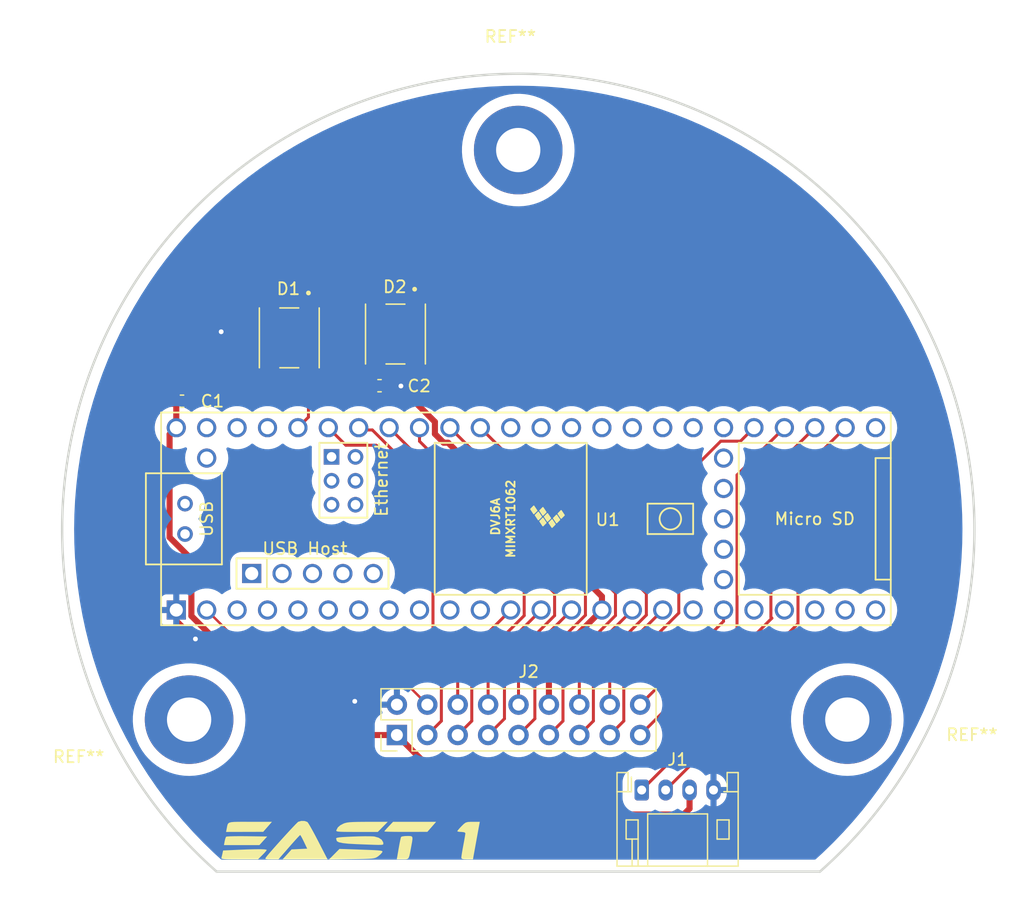
<source format=kicad_pcb>
(kicad_pcb (version 20211014) (generator pcbnew)
  (layers (0 "F.Cu" signal) (31 "B.Cu" signal) (34 "B.Paste" user) (35 "F.Paste" user) (36 "B.SilkS" user "B.Silkscreen") (37 "F.SilkS" user "F.Silkscreen") (38 "B.Mask" user) (39 "F.Mask" user) (44 "Edge.Cuts" user))
  (net 0 "")
  (net 1 "/V_BATT")
  (net 2 "GND")
  (net 3 "Net-(D1-Pad1)")
  (net 4 "/RX 0")
  (net 5 "/TX 0")
  (net 6 "/3.3V")
  (net 7 "/MOSI 1")
  (net 8 "/MISO 1")
  (net 9 "/SCK 1")
  (net 10 "/CS 1")
  (net 11 "/CS 2")
  (net 12 "/CS 3")
  (net 13 "/TX 2")
  (net 14 "/RX 2")
  (net 15 "/TX 1")
  (net 16 "/RX 1")
  (net 17 "/SDA 2")
  (net 18 "/SCL 2")
  (net 19 "/SDA 1")
  (net 20 "/SCL 1")
  (net 62 "/NEOPIXEL")
  (net 63 "/CS 4")
  (footprint "MountingHole:MountingHole_3.7mm_Pad_TopBottom" (layer "F.Cu") (at 175.468013 139.389531)
    (fp_text reference "REF**" (at 10.414 1.27) (layer "F.SilkS"))
    (fp_text value "MountingHole_3.7mm_Pad_TopBottom")
    (pad "1" thru_hole circle (at 0 0) (size 4.1 4.1) (drill 3.7) (layers *.Cu *.Mask))
    (pad "1" connect circle (at 0 0) (size 7.4 7.4) (layers "F.Cu" "F.Mask"))
    (pad "1" connect circle (at 0 0) (size 7.4 7.4) (layers "B.Cu" "B.Mask"))
  )
  (footprint "LOGO" (layer "F.Cu") (at 133.824377 149.710921)
    (fp_text reference "" (at 0 0) (layer "F.SilkS") (effects (font (size 1.524 1.524) (thickness 0.3))))
    (fp_text value "LOGO" hide)
    (fp_poly (pts (xy 1.046842 0.548968) (xy 1.646906 0.570148) (xy 2.097606 0.588878) (xy 2.418843 0.607627) (xy 2.630516 0.628863) (xy 2.752523 0.655054) (xy 2.804763 0.688666) (xy 2.807137 0.732169) (xy 2.792171 0.765415) (xy 2.670469 0.91463) (xy 2.476008 1.085174) (xy 2.434338 1.115945) (xy 2.33849 1.179576) (xy 2.236905 1.228157) (xy 2.105848 1.264104) (xy 1.921582 1.289832) (xy 1.660372 1.307757) (xy 1.298484 1.320294) (xy 0.81218 1.32986) (xy 0.254 1.337852) (xy -1.651 1.363372) (xy -1.215991 0.925017) (xy -0.780981 0.486663)) (layer "F.SilkS") (width 0) (fill solid))
    (fp_poly (pts (xy 10.898621 -1.545167) (xy 10.868512 -1.383336) (xy 10.814672 -1.08962) (xy 10.74344 -0.698775) (xy 10.661157 -0.245556) (xy 10.612871 0.021126) (xy 10.371666 1.354587) (xy 9.884833 1.354626) (xy 9.604987 1.346518) (xy 9.456521 1.31452) (xy 9.401944 1.247212) (xy 9.398 1.206332) (xy 9.413293 1.064646) (xy 9.454602 0.79883) (xy 9.515072 0.450868) (xy 9.567333 0.169333) (xy 9.637118 -0.20638) (xy 9.692928 -0.524882) (xy 9.728012 -0.746536) (xy 9.736666 -0.825333) (xy 9.6576 -0.90033) (xy 9.434214 -0.93095) (xy 9.398 -0.931334) (xy 9.185859 -0.944716) (xy 9.067929 -0.978144) (xy 9.059333 -0.991629) (xy 9.11421 -1.079596) (xy 9.256628 -1.246576) (xy 9.415628 -1.414962) (xy 9.610561 -1.606024) (xy 9.764437 -1.714571) (xy 9.937768 -1.763928) (xy 10.191066 -1.777417) (xy 10.357544 -1.778) (xy 10.943166 -1.778)) (layer "F.SilkS") (width 0) (fill solid))
    (fp_poly (pts (xy 2.419365 -0.931334) (xy 0.662006 -0.931334) (xy 0.074137 -0.932195) (xy -0.364956 -0.935969) (xy -0.675829 -0.944443) (xy -0.879034 -0.959403) (xy -0.995125 -0.982637) (xy -1.044658 -1.01593) (xy -1.048186 -1.061069) (xy -1.042533 -1.0795) (xy -0.918949 -1.312307) (xy -0.712332 -1.49098) (xy -0.465667 -1.620226) (xy -0.325734 -1.674327) (xy -0.159916 -1.714432) (xy 0.058232 -1.742572) (xy 0.355157 -1.760781) (xy 0.757303 -1.771091) (xy 1.291118 -1.775533) (xy 1.56315 -1.776141) (xy 3.253301 -1.778)) (layer "F.SilkS") (width 0) (fill solid))
    (fp_poly (pts (xy -8.242352 -1.778) (xy -6.420782 -1.778) (xy -7.154334 -0.938958) (xy -10.258122 -0.931334) (xy -10.20274 -1.2065) (xy -10.168146 -1.393711) (xy -10.135217 -1.53512) (xy -10.082084 -1.637105) (xy -9.986881 -1.706039) (xy -9.82774 -1.748297) (xy -9.582793 -1.770255) (xy -9.230172 -1.778287) (xy -8.748011 -1.778769)) (layer "F.SilkS") (width 0) (fill solid))
    (fp_poly (pts (xy -7.023665 0.527383) (xy -6.871735 0.558113) (xy -6.858 0.575038) (xy -6.914006 0.665665) (xy -7.059333 0.832607) (xy -7.221039 0.998371) (xy -7.584077 1.354666) (xy -9.131744 1.354666) (xy -9.679025 1.353602) (xy -10.078936 1.34897) (xy -10.353434 1.338613) (xy -10.524476 1.320372) (xy -10.614018 1.29209) (xy -10.644018 1.251608) (xy -10.639242 1.2065) (xy -10.589535 1.007767) (xy -10.550582 0.838747) (xy -10.502091 0.619162) (xy -9.293879 0.563891) (xy -8.478893 0.530841) (xy -7.828215 0.513743) (xy -7.342815 0.512592)) (layer "F.SilkS") (width 0) (fill solid))
    (fp_poly (pts (xy 5.091492 -0.592047) (xy 5.231778 -0.571095) (xy 5.30419 -0.501171) (xy 5.318733 -0.353636) (xy 5.285409 -0.099849) (xy 5.214222 0.288828) (xy 5.20276 0.35048) (xy 5.124755 0.772598) (xy 5.063456 1.0565) (xy 4.999655 1.229451) (xy 4.914141 1.318717) (xy 4.787707 1.351563) (xy 4.601142 1.355254) (xy 4.49528 1.354666) (xy 4.006638 1.354666) (xy 4.161207 0.459379) (xy 4.228937 0.085) (xy 4.291369 -0.228151) (xy 4.340522 -0.441799) (xy 4.364218 -0.514288) (xy 4.469389 -0.557853) (xy 4.688185 -0.586312) (xy 4.87333 -0.592667)) (layer "F.SilkS") (width 0) (fill solid))
    (fp_poly (pts (xy -8.592213 -0.574442) (xy -8.505086 -0.573341) (xy -6.819985 -0.550334) (xy -7.145178 -0.1905) (xy -7.470371 0.169333) (xy -10.432846 0.169333) (xy -10.374501 -0.148167) (xy -10.32104 -0.371392) (xy -10.263534 -0.517212) (xy -10.253172 -0.531007) (xy -10.152843 -0.549882) (xy -9.909902 -0.564309) (xy -9.551031 -0.573642) (xy -9.102908 -0.577235)) (layer "F.SilkS") (width 0) (fill solid))
    (fp_poly (pts (xy 6.561666 -0.938958) (xy 4.7625 -0.935146) (xy 4.231165 -0.935849) (xy 3.762048 -0.939971) (xy 3.379736 -0.947003) (xy 3.10882 -0.956442) (xy 2.973886 -0.96778) (xy 2.963333 -0.97218) (xy 3.017315 -1.049792) (xy 3.157969 -1.21136) (xy 3.32982 -1.395514) (xy 3.696306 -1.778) (xy 7.295218 -1.778)) (layer "F.SilkS") (width 0) (fill solid))
    (fp_poly (pts (xy -3.694218 -1.847025) (xy -3.470861 -1.767524) (xy -3.456576 -1.756834) (xy -3.378579 -1.65134) (xy -3.238572 -1.419441) (xy -3.050557 -1.086047) (xy -2.828533 -0.676068) (xy -2.586503 -0.214414) (xy -2.552379 -0.148167) (xy -1.779972 1.354666) (xy -5.527266 1.354666) (xy -5.155467 0.942048) (xy -4.783667 0.52943) (xy -3.479439 0.465666) (xy -3.750553 -0.103098) (xy -3.886271 -0.377011) (xy -3.996254 -0.579187) (xy -4.059615 -0.671604) (xy -4.064 -0.673664) (xy -4.131102 -0.613763) (xy -4.289059 -0.447129) (xy -4.518174 -0.195291) (xy -4.79875 0.12022) (xy -4.990984 0.3396) (xy -5.875635 1.354666) (xy -6.456285 1.354666) (xy -6.759292 1.351939) (xy -6.922444 1.336798) (xy -6.975208 1.298802) (xy -6.94705 1.227511) (xy -6.92149 1.189844) (xy -6.802926 1.038833) (xy -6.598322 0.797125) (xy -6.327887 0.486998) (xy -6.011829 0.130729) (xy -5.670358 -0.249403) (xy -5.323681 -0.631123) (xy -4.992009 -0.99215) (xy -4.695549 -1.31021) (xy -4.454511 -1.563022) (xy -4.289102 -1.728311) (xy -4.225412 -1.78224) (xy -3.975199 -1.852904)) (layer "F.SilkS") (width 0) (fill solid))
    (fp_poly (pts (xy 1.720067 -0.569349) (xy 2.022905 -0.559422) (xy 2.143718 -0.5482) (xy 2.490309 -0.448746) (xy 2.743199 -0.281349) (xy 2.870005 -0.070306) (xy 2.878666 0.003298) (xy 2.881707 0.054782) (xy 2.878283 0.094585) (xy 2.849579 0.123435) (xy 2.776776 0.142056) (xy 2.641057 0.151175) (xy 2.423605 0.151519) (xy 2.105602 0.143814) (xy 1.668232 0.128785) (xy 1.092677 0.107159) (xy 0.635 0.089888) (xy -0.018992 0.054097) (xy -0.506876 0.001687) (xy -0.831102 -0.067783) (xy -0.994122 -0.154756) (xy -1.016 -0.207721) (xy -1.042077 -0.30473) (xy -1.062816 -0.362151) (xy -1.055915 -0.408488) (xy -0.981269 -0.445049) (xy -0.817985 -0.474584) (xy -0.545174 -0.499842) (xy -0.141944 -0.523573) (xy 0.325631 -0.54488) (xy 0.833293 -0.562008) (xy 1.310817 -0.570188)) (layer "F.SilkS") (width 0) (fill solid))
  )
  (footprint "Capacitor_SMD:C_0603_1608Metric" (layer "F.Cu") (at 136.39 111.48 180)
    (fp_text reference "C2" (at -3.31 -0.026 180) (layer "F.SilkS"))
    (fp_text value "0.1uf")
    (fp_line (start -0.14058 -0.51) (end 0.14058 -0.51) (layer "F.SilkS") (width 0.12))
    (fp_line (start -0.14058 0.51) (end 0.14058 0.51) (layer "F.SilkS") (width 0.12))
    (pad "1" smd roundrect (at -0.775 0 180) (size 0.9 0.95) (layers "F.Cu" "F.Paste" "F.Mask") (net 2 "GND"))
    (pad "2" smd roundrect (at 0.775 0 180) (size 0.9 0.95) (layers "F.Cu" "F.Paste" "F.Mask") (net 6 "/3.3V"))
  )
  (footprint "MountingHole:MountingHole_3.7mm_Pad_TopBottom" (layer "F.Cu") (at 147.976228 91.782125)
    (fp_text reference "REF**" (at -0.656228 -9.486125) (layer "F.SilkS"))
    (fp_text value "MountingHole_3.7mm_Pad_TopBottom")
    (pad "1" connect circle (at 0 0) (size 7.4 7.4) (layers "B.Cu" "B.Mask"))
    (pad "1" connect circle (at 0 0) (size 7.4 7.4) (layers "F.Cu" "F.Mask"))
    (pad "1" thru_hole circle (at 0 0) (size 4.1 4.1) (drill 3.7) (layers *.Cu *.Mask))
  )
  (footprint "Teensy:Teensy41" (layer "F.Cu") (at 148.62 122.61)
    (fp_text reference "U1" (at 6.828 0.072) (layer "F.SilkS"))
    (fp_text value "Teensy4.1")
    (fp_text user "DVJ6A" (at -2.54 -0.18 90) (layer "F.SilkS") (effects (font (size 0.7 0.7))))
    (fp_text user "MIMXRT1062" (at -1.27 0 90) (layer "F.SilkS") (effects (font (size 0.7 0.7))))
    (fp_text user "Micro SD" (at 24.13 0) (layer "F.SilkS"))
    (fp_text user "USB" (at -26.67 0 90) (layer "F.SilkS"))
    (fp_text user "USB Host" (at -18.4658 2.4892) (layer "F.SilkS"))
    (fp_text user "Ethernet" (at -12.065 -3.2766 90) (layer "F.SilkS"))
    (fp_line (start 5.08 -6.35) (end -7.62 -6.35) (layer "F.SilkS") (width 0.15))
    (fp_line (start -30.48 8.89) (end -30.48 -8.89) (layer "F.SilkS") (width 0.15))
    (fp_line (start -24.1808 3.2992) (end -21.6408 3.2992) (layer "F.SilkS") (width 0.15))
    (fp_line (start 10.16 1.27) (end 10.16 -1.27) (layer "F.SilkS") (width 0.15))
    (fp_line (start -7.62 -6.35) (end -7.62 6.35) (layer "F.SilkS") (width 0.15))
    (fp_line (start -7.62 6.35) (end 5.08 6.35) (layer "F.SilkS") (width 0.15))
    (fp_line (start 29.21 5.08) (end 30.48 5.08) (layer "F.SilkS") (width 0.15))
    (fp_line (start -31.75 3.81) (end -31.75 -3.81) (layer "F.SilkS") (width 0.15))
    (fp_line (start -13.25 -6.3516) (end -17.25 -6.3516) (layer "F.SilkS") (width 0.15))
    (fp_line (start -25.4 3.81) (end -25.4 -3.81) (layer "F.SilkS") (width 0.15))
    (fp_line (start -24.1808 5.8392) (end -24.1808 3.2992) (layer "F.SilkS") (width 0.15))
    (fp_line (start -13.25 -0.1016) (end -13.25 -6.3516) (layer "F.SilkS") (width 0.15))
    (fp_line (start -21.6408 3.2992) (end -21.6408 5.8392) (layer "F.SilkS") (width 0.15))
    (fp_line (start -11.4808 3.2992) (end -11.4808 5.8392) (layer "F.SilkS") (width 0.15))
    (fp_line (start -31.75 -3.81) (end -30.48 -3.81) (layer "F.SilkS") (width 0.15))
    (fp_line (start 17.78 6.35) (end 30.48 6.35) (layer "F.SilkS") (width 0.15))
    (fp_line (start -24.1808 3.2992) (end -11.4808 3.2992) (layer "F.SilkS") (width 0.15))
    (fp_line (start -30.48 -8.89) (end 30.48 -8.89) (layer "F.SilkS") (width 0.15))
    (fp_line (start -25.4 -3.81) (end -30.48 -3.81) (layer "F.SilkS") (width 0.15))
    (fp_line (start 30.48 8.89) (end -30.48 8.89) (layer "F.SilkS") (width 0.15))
    (fp_line (start 29.21 -5.08) (end 29.21 5.08) (layer "F.SilkS") (width 0.15))
    (fp_line (start 30.48 -5.08) (end 29.21 -5.08) (layer "F.SilkS") (width 0.15))
    (fp_line (start 5.08 6.35) (end 5.08 -6.35) (layer "F.SilkS") (width 0.15))
    (fp_line (start -17.25 -6.3516) (end -17.25 -6.1016) (layer "F.SilkS") (width 0.15))
    (fp_line (start 10.16 -1.27) (end 13.97 -1.27) (layer "F.SilkS") (width 0.15))
    (fp_line (start -17.25 -6.1016) (end -17.25 -0.1016) (layer "F.SilkS") (width 0.15))
    (fp_line (start 13.97 1.27) (end 10.16 1.27) (layer "F.SilkS") (width 0.15))
    (fp_line (start -25.4 3.81) (end -30.48 3.81) (layer "F.SilkS") (width 0.15))
    (fp_line (start 30.48 -6.35) (end 17.78 -6.35) (layer "F.SilkS") (width 0.15))
    (fp_line (start 30.48 -8.89) (end 30.48 8.89) (layer "F.SilkS") (width 0.15))
    (fp_line (start 17.78 -6.35) (end 17.78 6.35) (layer "F.SilkS") (width 0.15))
    (fp_line (start -17.25 -0.1016) (end -13.25 -0.1016) (layer "F.SilkS") (width 0.15))
    (fp_line (start -11.4808 5.8392) (end -24.1808 5.8392) (layer "F.SilkS") (width 0.15))
    (fp_line (start -30.48 3.81) (end -31.75 3.81) (layer "F.SilkS") (width 0.15))
    (fp_line (start 13.97 -1.27) (end 13.97 1.27) (layer "F.SilkS") (width 0.15))
    (fp_circle (center 12.065 0) (end 12.7 -0.635) (layer "F.SilkS") (width 0.15) (fill none))
    (fp_poly (pts (xy 2.435 0.455) (xy 2.181 0.709) (xy 1.927 0.328) (xy 2.181 0.074)) (layer "F.SilkS") (width 0.1) (fill solid))
    (fp_poly (pts (xy 3.197 -0.307) (xy 2.943 -0.053) (xy 2.689 -0.434) (xy 2.943 -0.688)) (layer "F.SilkS") (width 0.1) (fill solid))
    (fp_poly (pts (xy 1.292 -0.18) (xy 1.038 0.074) (xy 0.784 -0.307) (xy 1.038 -0.561)) (layer "F.SilkS") (width 0.1) (fill solid))
    (fp_poly (pts (xy 2.054 -0.053) (xy 1.8 0.201) (xy 1.546 -0.18) (xy 1.8 -0.434)) (layer "F.SilkS") (width 0.1) (fill solid))
    (fp_poly (pts (xy 1.673 0.328) (xy 1.419 0.582) (xy 1.165 0.201) (xy 1.419 -0.053)) (layer "F.SilkS") (width 0.1) (fill solid))
    (fp_poly (pts (xy 1.673 -0.561) (xy 1.419 -0.307) (xy 1.165 -0.688) (xy 1.419 -0.942)) (layer "F.SilkS") (width 0.1) (fill solid))
    (fp_poly (pts (xy 2.816 0.074) (xy 2.562 0.328) (xy 2.308 -0.053) (xy 2.562 -0.307)) (layer "F.SilkS") (width 0.1) (fill solid))
    (fp_poly (pts (xy 0.911 -0.688) (xy 0.657 -0.434) (xy 0.403 -0.815) (xy 0.657 -1.069)) (layer "F.SilkS") (width 0.1) (fill solid))
    (pad "1" thru_hole rect locked (at -29.21 7.62) (size 1.6 1.6) (drill 1.1) (layers *.Cu *.Mask) (net 2 "GND"))
    (pad "2" thru_hole circle locked (at -26.67 7.62) (size 1.6 1.6) (drill 1.1) (layers *.Cu *.Mask) (net 10 "/CS 1"))
    (pad "3" thru_hole circle locked (at -24.13 7.62) (size 1.6 1.6) (drill 1.1) (layers *.Cu *.Mask))
    (pad "4" thru_hole circle locked (at -21.59 7.62) (size 1.6 1.6) (drill 1.1) (layers *.Cu *.Mask))
    (pad "5" thru_hole circle locked (at -19.05 7.62) (size 1.6 1.6) (drill 1.1) (layers *.Cu *.Mask))
    (pad "6" thru_hole circle locked (at -16.51 7.62) (size 1.6 1.6) (drill 1.1) (layers *.Cu *.Mask))
    (pad "7" thru_hole circle locked (at -13.97 7.62) (size 1.6 1.6) (drill 1.1) (layers *.Cu *.Mask))
    (pad "8" thru_hole circle locked (at -11.43 7.62) (size 1.6 1.6) (drill 1.1) (layers *.Cu *.Mask))
    (pad "9" thru_hole circle locked (at -8.89 7.62) (size 1.6 1.6) (drill 1.1) (layers *.Cu *.Mask))
    (pad "10" thru_hole circle locked (at -6.35 7.62) (size 1.6 1.6) (drill 1.1) (layers *.Cu *.Mask))
    (pad "11" thru_hole circle locked (at -3.81 7.62) (size 1.6 1.6) (drill 1.1) (layers *.Cu *.Mask))
    (pad "12" thru_hole circle locked (at -1.27 7.62) (size 1.6 1.6) (drill 1.1) (layers *.Cu *.Mask) (net 11 "/CS 2"))
    (pad "13" thru_hole circle locked (at 1.27 7.62) (size 1.6 1.6) (drill 1.1) (layers *.Cu *.Mask) (net 7 "/MOSI 1"))
    (pad "14" thru_hole circle locked (at 3.81 7.62) (size 1.6 1.6) (drill 1.1) (layers *.Cu *.Mask) (net 8 "/MISO 1"))
    (pad "15" thru_hole circle locked (at 6.35 7.62) (size 1.6 1.6) (drill 1.1) (layers *.Cu *.Mask) (net 6 "/3.3V"))
    (pad "16" thru_hole circle locked (at 8.89 7.62) (size 1.6 1.6) (drill 1.1) (layers *.Cu *.Mask) (net 18 "/SCL 2"))
    (pad "17" thru_hole circle locked (at 11.43 7.62) (size 1.6 1.6) (drill 1.1) (layers *.Cu *.Mask) (net 17 "/SDA 2"))
    (pad "18" thru_hole circle locked (at 13.97 7.62) (size 1.6 1.6) (drill 1.1) (layers *.Cu *.Mask))
    (pad "19" thru_hole circle locked (at 16.51 7.62) (size 1.6 1.6) (drill 1.1) (layers *.Cu *.Mask) (net 9 "/SCK 1"))
    (pad "20" thru_hole circle locked (at 19.05 7.62) (size 1.6 1.6) (drill 1.1) (layers *.Cu *.Mask))
    (pad "21" thru_hole circle locked (at 21.59 7.62) (size 1.6 1.6) (drill 1.1) (layers *.Cu *.Mask))
    (pad "22" thru_hole circle locked (at 24.13 7.62) (size 1.6 1.6) (drill 1.1) (layers *.Cu *.Mask))
    (pad "23" thru_hole circle locked (at 26.67 7.62) (size 1.6 1.6) (drill 1.1) (layers *.Cu *.Mask))
    (pad "24" thru_hole circle locked (at 29.21 7.62) (size 1.6 1.6) (drill 1.1) (layers *.Cu *.Mask))
    (pad "25" thru_hole circle locked (at 29.21 -7.62) (size 1.6 1.6) (drill 1.1) (layers *.Cu *.Mask))
    (pad "26" thru_hole circle locked (at 26.67 -7.62) (size 1.6 1.6) (drill 1.1) (layers *.Cu *.Mask) (net 4 "/RX 0"))
    (pad "27" thru_hole circle locked (at 24.13 -7.62) (size 1.6 1.6) (drill 1.1) (layers *.Cu *.Mask) (net 5 "/TX 0"))
    (pad "28" thru_hole circle locked (at 21.59 -7.62) (size 1.6 1.6) (drill 1.1) (layers *.Cu *.Mask) (net 63 "/CS 4"))
    (pad "29" thru_hole circle locked (at 19.05 -7.62) (size 1.6 1.6) (drill 1.1) (layers *.Cu *.Mask) (net 12 "/CS 3"))
    (pad "30" thru_hole circle locked (at 16.51 -7.62) (size 1.6 1.6) (drill 1.1) (layers *.Cu *.Mask))
    (pad "31" thru_hole circle locked (at 13.97 -7.62) (size 1.6 1.6) (drill 1.1) (layers *.Cu *.Mask))
    (pad "32" thru_hole circle locked (at 11.43 -7.62) (size 1.6 1.6) (drill 1.1) (layers *.Cu *.Mask))
    (pad "33" thru_hole circle locked (at 8.89 -7.62) (size 1.6 1.6) (drill 1.1) (layers *.Cu *.Mask))
    (pad "34" thru_hole circle locked (at 6.35 -7.62) (size 1.6 1.6) (drill 1.1) (layers *.Cu *.Mask))
    (pad "35" thru_hole circle locked (at 3.81 -7.62) (size 1.6 1.6) (drill 1.1) (layers *.Cu *.Mask))
    (pad "36" thru_hole circle locked (at 1.27 -7.62) (size 1.6 1.6) (drill 1.1) (layers *.Cu *.Mask))
    (pad "37" thru_hole circle locked (at -1.27 -7.62) (size 1.6 1.6) (drill 1.1) (layers *.Cu *.Mask))
    (pad "38" thru_hole circle locked (at -3.81 -7.62) (size 1.6 1.6) (drill 1.1) (layers *.Cu *.Mask) (net 16 "/RX 1"))
    (pad "39" thru_hole circle locked (at -6.35 -7.62) (size 1.6 1.6) (drill 1.1) (layers *.Cu *.Mask) (net 15 "/TX 1"))
    (pad "40" thru_hole circle locked (at -8.89 -7.62) (size 1.6 1.6) (drill 1.1) (layers *.Cu *.Mask) (net 19 "/SDA 1"))
    (pad "41" thru_hole circle locked (at -11.43 -7.62) (size 1.6 1.6) (drill 1.1) (layers *.Cu *.Mask) (net 20 "/SCL 1"))
    (pad "42" thru_hole circle locked (at -13.97 -7.62) (size 1.6 1.6) (drill 1.1) (layers *.Cu *.Mask) (net 13 "/TX 2"))
    (pad "43" thru_hole circle locked (at -16.51 -7.62) (size 1.6 1.6) (drill 1.1) (layers *.Cu *.Mask) (net 14 "/RX 2"))
    (pad "44" thru_hole circle locked (at -19.05 -7.62) (size 1.6 1.6) (drill 1.1) (layers *.Cu *.Mask) (net 62 "/NEOPIXEL"))
    (pad "45" thru_hole circle locked (at -21.59 -7.62) (size 1.6 1.6) (drill 1.1) (layers *.Cu *.Mask))
    (pad "46" thru_hole circle locked (at -24.13 -7.62) (size 1.6 1.6) (drill 1.1) (layers *.Cu *.Mask))
    (pad "47" thru_hole circle locked (at -26.67 -7.62) (size 1.6 1.6) (drill 1.1) (layers *.Cu *.Mask))
    (pad "48" thru_hole circle locked (at -29.21 -7.62) (size 1.6 1.6) (drill 1.1) (layers *.Cu *.Mask) (net 1 "/V_BATT"))
    (pad "49" thru_hole circle locked (at -26.67 -5.08) (size 1.6 1.6) (drill 1.1) (layers *.Cu *.Mask))
    (pad "50" thru_hole circle locked (at 16.51 5.08) (size 1.6 1.6) (drill 1.1) (layers *.Cu *.Mask))
    (pad "51" thru_hole circle locked (at 16.51 2.54) (size 1.6 1.6) (drill 1.1) (layers *.Cu *.Mask))
    (pad "52" thru_hole circle locked (at 16.51 0) (size 1.6 1.6) (drill 1.1) (layers *.Cu *.Mask))
    (pad "53" thru_hole circle locked (at 16.51 -2.54) (size 1.6 1.6) (drill 1.1) (layers *.Cu *.Mask))
    (pad "54" thru_hole circle locked (at 16.51 -5.08) (size 1.6 1.6) (drill 1.1) (layers *.Cu *.Mask))
    (pad "55" thru_hole rect locked (at -22.9108 4.5692) (size 1.6 1.6) (drill 1.1) (layers *.Cu *.Mask))
    (pad "56" thru_hole circle locked (at -20.3708 4.5692) (size 1.6 1.6) (drill 1.1) (layers *.Cu *.Mask))
    (pad "57" thru_hole circle locked (at -17.8308 4.5692) (size 1.6 1.6) (drill 1.1) (layers *.Cu *.Mask))
    (pad "58" thru_hole circle locked (at -15.2908 4.5692) (size 1.6 1.6) (drill 1.1) (layers *.Cu *.Mask))
    (pad "59" thru_hole circle locked (at -12.7508 4.5692) (size 1.6 1.6) (drill 1.1) (layers *.Cu *.Mask))
    (pad "60" thru_hole rect locked (at -16.24 -5.1816) (size 1.3 1.3) (drill 0.8) (layers *.Cu *.Mask))
    (pad "61" thru_hole circle locked (at -16.24 -3.1816) (size 1.3 1.3) (drill 0.8) (layers *.Cu *.Mask))
    (pad "62" thru_hole circle locked (at -16.24 -1.1816) (size 1.3 1.3) (drill 0.8) (layers *.Cu *.Mask))
    (pad "63" thru_hole circle locked (at -14.24 -1.1816) (size 1.3 1.3) (drill 0.8) (layers *.Cu *.Mask))
    (pad "64" thru_hole circle locked (at -14.24 -3.1816) (size 1.3 1.3) (drill 0.8) (layers *.Cu *.Mask))
    (pad "65" thru_hole circle locked (at -14.24 -5.1816) (size 1.3 1.3) (drill 0.8) (layers *.Cu *.Mask))
    (pad "66" thru_hole circle locked (at -28.48 -1.27) (size 1.3 1.3) (drill 0.8) (layers *.Cu *.Mask))
    (pad "67" thru_hole circle locked (at -28.48 1.27) (size 1.3 1.3) (drill 0.8) (layers *.Cu *.Mask))
  )
  (footprint "Neopixel:LED_1655" (layer "F.Cu") (at 137.72 107.16255 -90)
    (fp_text reference "D2" (at -3.9495 0.052) (layer "F.SilkS"))
    (fp_text value "Neopixel2")
    (fp_line (start 2.5 0.7865) (end 2.5 -0.7865) (layer "F.SilkS") (width 0.127))
    (fp_line (start 2.5 -2.5) (end -2.5 -2.5) (layer "F.SilkS") (width 0.127))
    (fp_line (start -2.5 0.7865) (end -2.5 -0.7865) (layer "F.SilkS") (width 0.127))
    (fp_line (start -2.5 2.5) (end 2.5 2.5) (layer "F.SilkS") (width 0.127))
    (fp_circle (center -3.75 -1.6) (end -3.65 -1.6) (layer "F.SilkS") (width 0.2) (fill none))
    (pad "1" smd rect locked (at -2.45 -1.6) (size 1 1.5) (layers "F.Cu" "F.Paste" "F.Mask"))
    (pad "2" smd rect locked (at -2.45 1.6) (size 1 1.5) (layers "F.Cu" "F.Paste" "F.Mask") (net 2 "GND"))
    (pad "3" smd rect locked (at 2.45 1.6) (size 1 1.5) (layers "F.Cu" "F.Paste" "F.Mask") (net 6 "/3.3V"))
    (pad "4" smd rect locked (at 2.45 -1.6) (size 1 1.5) (layers "F.Cu" "F.Paste" "F.Mask") (net 3 "Net-(D1-Pad1)"))
  )
  (footprint "MountingHole:MountingHole_3.7mm_Pad_TopBottom" (layer "F.Cu") (at 120.480277 139.392743)
    (fp_text reference "REF**" (at -9.228277 3.101257) (layer "F.SilkS"))
    (fp_text value "MountingHole_3.7mm_Pad_TopBottom")
    (pad "1" connect circle (at 0 0) (size 7.4 7.4) (layers "B.Cu" "B.Mask"))
    (pad "1" thru_hole circle (at 0 0) (size 4.1 4.1) (drill 3.7) (layers *.Cu *.Mask))
    (pad "1" connect circle (at 0 0) (size 7.4 7.4) (layers "F.Cu" "F.Mask"))
  )
  (footprint "Capacitor_SMD:C_0603_1608Metric" (layer "F.Cu") (at 119.888 112.776)
    (fp_text reference "C1" (at 2.54 0) (layer "F.SilkS"))
    (fp_text value "0.1uF")
    (fp_line (start -0.14058 -0.51) (end 0.14058 -0.51) (layer "F.SilkS") (width 0.12))
    (fp_line (start -0.14058 0.51) (end 0.14058 0.51) (layer "F.SilkS") (width 0.12))
    (pad "1" smd roundrect (at -0.775 0) (size 0.9 0.95) (layers "F.Cu" "F.Paste" "F.Mask") (net 1 "/V_BATT"))
    (pad "2" smd roundrect (at 0.775 0) (size 0.9 0.95) (layers "F.Cu" "F.Paste" "F.Mask") (net 2 "GND"))
  )
  (footprint "Connector_PinHeader_2.54mm:PinHeader_2x09_P2.54mm_Vertical" (layer "F.Cu") (at 137.84 140.68 90)
    (fp_text reference "J2" (at 5.298 11.004 180) (layer "F.SilkS"))
    (fp_text value "Conn_02x09_Odd_Even")
    (fp_line (start 3.87 -1.33) (end 3.87 21.65) (layer "F.SilkS") (width 0.12))
    (fp_line (start -1.33 21.65) (end 3.87 21.65) (layer "F.SilkS") (width 0.12))
    (fp_line (start -1.33 1.27) (end -1.33 21.65) (layer "F.SilkS") (width 0.12))
    (fp_line (start -1.33 -1.33) (end 0 -1.33) (layer "F.SilkS") (width 0.12))
    (fp_line (start -1.33 1.27) (end 1.27 1.27) (layer "F.SilkS") (width 0.12))
    (fp_line (start 1.27 1.27) (end 1.27 -1.33) (layer "F.SilkS") (width 0.12))
    (fp_line (start 1.27 -1.33) (end 3.87 -1.33) (layer "F.SilkS") (width 0.12))
    (fp_line (start -1.33 0) (end -1.33 -1.33) (layer "F.SilkS") (width 0.12))
    (pad "1" thru_hole rect (at 0 0 90) (size 1.7 1.7) (drill 1) (layers *.Cu *.Mask) (net 1 "/V_BATT"))
    (pad "2" thru_hole oval (at 2.54 0 90) (size 1.7 1.7) (drill 1) (layers *.Cu *.Mask) (net 2 "GND"))
    (pad "3" thru_hole oval (at 0 2.54 90) (size 1.7 1.7) (drill 1) (layers *.Cu *.Mask) (net 14 "/RX 2"))
    (pad "4" thru_hole oval (at 2.54 2.54 90) (size 1.7 1.7) (drill 1) (layers *.Cu *.Mask) (net 10 "/CS 1"))
    (pad "5" thru_hole oval (at 0 5.08 90) (size 1.7 1.7) (drill 1) (layers *.Cu *.Mask) (net 13 "/TX 2"))
    (pad "6" thru_hole oval (at 2.54 5.08 90) (size 1.7 1.7) (drill 1) (layers *.Cu *.Mask) (net 11 "/CS 2"))
    (pad "7" thru_hole oval (at 0 7.62 90) (size 1.7 1.7) (drill 1) (layers *.Cu *.Mask) (net 20 "/SCL 1"))
    (pad "8" thru_hole oval (at 2.54 7.62 90) (size 1.7 1.7) (drill 1) (layers *.Cu *.Mask) (net 7 "/MOSI 1"))
    (pad "9" thru_hole oval (at 0 10.16 90) (size 1.7 1.7) (drill 1) (layers *.Cu *.Mask) (net 19 "/SDA 1"))
    (pad "10" thru_hole oval (at 2.54 10.16 90) (size 1.7 1.7) (drill 1) (layers *.Cu *.Mask) (net 8 "/MISO 1"))
    (pad "11" thru_hole oval (at 0 12.7 90) (size 1.7 1.7) (drill 1) (layers *.Cu *.Mask) (net 15 "/TX 1"))
    (pad "12" thru_hole oval (at 2.54 12.7 90) (size 1.7 1.7) (drill 1) (layers *.Cu *.Mask) (net 6 "/3.3V"))
    (pad "13" thru_hole oval (at 0 15.24 90) (size 1.7 1.7) (drill 1) (layers *.Cu *.Mask) (net 16 "/RX 1"))
    (pad "14" thru_hole oval (at 2.54 15.24 90) (size 1.7 1.7) (drill 1) (layers *.Cu *.Mask) (net 18 "/SCL 2"))
    (pad "15" thru_hole oval (at 0 17.78 90) (size 1.7 1.7) (drill 1) (layers *.Cu *.Mask) (net 12 "/CS 3"))
    (pad "16" thru_hole oval (at 2.54 17.78 90) (size 1.7 1.7) (drill 1) (layers *.Cu *.Mask) (net 17 "/SDA 2"))
    (pad "17" thru_hole oval (at 0 20.32 90) (size 1.7 1.7) (drill 1) (layers *.Cu *.Mask) (net 63 "/CS 4"))
    (pad "18" thru_hole oval (at 2.54 20.32 90) (size 1.7 1.7) (drill 1) (layers *.Cu *.Mask) (net 9 "/SCK 1"))
  )
  (footprint "Neopixel:LED_1655" (layer "F.Cu") (at 128.85 107.48 -90)
    (fp_text reference "D1" (at -4.102 0.072 180) (layer "F.SilkS"))
    (fp_text value "Neopixel1")
    (fp_line (start 2.5 -2.5) (end -2.5 -2.5) (layer "F.SilkS") (width 0.127))
    (fp_line (start 2.5 0.7865) (end 2.5 -0.7865) (layer "F.SilkS") (width 0.127))
    (fp_line (start -2.5 2.5) (end 2.5 2.5) (layer "F.SilkS") (width 0.127))
    (fp_line (start -2.5 0.7865) (end -2.5 -0.7865) (layer "F.SilkS") (width 0.127))
    (fp_circle (center -3.75 -1.6) (end -3.65 -1.6) (layer "F.SilkS") (width 0.2) (fill none))
    (pad "1" smd rect locked (at -2.45 -1.6) (size 1 1.5) (layers "F.Cu" "F.Paste" "F.Mask") (net 3 "Net-(D1-Pad1)"))
    (pad "2" smd rect locked (at -2.45 1.6) (size 1 1.5) (layers "F.Cu" "F.Paste" "F.Mask") (net 2 "GND"))
    (pad "3" smd rect locked (at 2.45 1.6) (size 1 1.5) (layers "F.Cu" "F.Paste" "F.Mask") (net 6 "/3.3V"))
    (pad "4" smd rect locked (at 2.45 -1.6) (size 1 1.5) (layers "F.Cu" "F.Paste" "F.Mask") (net 62 "/NEOPIXEL"))
  )
  (footprint "Connector_JST:JST_PH_S4B-PH-K_1x04_P2.00mm_Horizontal" (layer "F.Cu") (at 158.29 145.2764)
    (fp_text reference "J1" (at 3 -2.55) (layer "F.SilkS"))
    (fp_text value "Conn_01x04")
    (fp_line (start 7.3 4.1) (end 6.3 4.1) (layer "F.SilkS") (width 0.12))
    (fp_line (start 0.5 2) (end 5.5 2) (layer "F.SilkS") (width 0.12))
    (fp_line (start 5.5 2) (end 5.5 6.36) (layer "F.SilkS") (width 0.12))
    (fp_line (start -2.06 -1.46) (end -2.06 6.36) (layer "F.SilkS") (width 0.12))
    (fp_line (start -0.3 2.5) (end -1.3 2.5) (layer "F.SilkS") (width 0.12))
    (fp_line (start -0.3 4.1) (end -0.3 6.36) (layer "F.SilkS") (width 0.12))
    (fp_line (start 8.06 6.36) (end 8.06 -1.46) (layer "F.SilkS") (width 0.12))
    (fp_line (start -1.14 -1.46) (end -2.06 -1.46) (layer "F.SilkS") (width 0.12))
    (fp_line (start 7.14 0.14) (end 6.86 0.14) (layer "F.SilkS") (width 0.12))
    (fp_line (start 8.06 -1.46) (end 7.14 -1.46) (layer "F.SilkS") (width 0.12))
    (fp_line (start 8.06 0.14) (end 7.14 0.14) (layer "F.SilkS") (width 0.12))
    (fp_line (start -0.86 0.14) (end -1.14 0.14) (layer "F.SilkS") (width 0.12))
    (fp_line (start 6.3 2.5) (end 7.3 2.5) (layer "F.SilkS") (width 0.12))
    (fp_line (start -2.06 0.14) (end -1.14 0.14) (layer "F.SilkS") (width 0.12))
    (fp_line (start -0.86 0.14) (end -0.86 -1.075) (layer "F.SilkS") (width 0.12))
    (fp_line (start 7.14 -1.46) (end 7.14 0.14) (layer "F.SilkS") (width 0.12))
    (fp_line (start -2.06 6.36) (end 8.06 6.36) (layer "F.SilkS") (width 0.12))
    (fp_line (start -1.14 0.14) (end -1.14 -1.46) (layer "F.SilkS") (width 0.12))
    (fp_line (start -0.8 4.1) (end -0.8 6.36) (layer "F.SilkS") (width 0.12))
    (fp_line (start -0.3 4.1) (end -0.3 2.5) (layer "F.SilkS") (width 0.12))
    (fp_line (start -1.3 2.5) (end -1.3 4.1) (layer "F.SilkS") (width 0.12))
    (fp_line (start 0.5 6.36) (end 0.5 2) (layer "F.SilkS") (width 0.12))
    (fp_line (start 6.3 4.1) (end 6.3 2.5) (layer "F.SilkS") (width 0.12))
    (fp_line (start 7.3 2.5) (end 7.3 4.1) (layer "F.SilkS") (width 0.12))
    (fp_line (start -1.3 4.1) (end -0.3 4.1) (layer "F.SilkS") (width 0.12))
    (pad "1" thru_hole roundrect (at 0 0) (size 1.2 1.75) (drill 0.75) (layers *.Cu *.Mask) (roundrect_rratio 0.208333) (net 5 "/TX 0"))
    (pad "2" thru_hole oval (at 2 0) (size 1.2 1.75) (drill 0.75) (layers *.Cu *.Mask) (net 4 "/RX 0"))
    (pad "3" thru_hole oval (at 4 0) (size 1.2 1.75) (drill 0.75) (layers *.Cu *.Mask) (net 1 "/V_BATT"))
    (pad "4" thru_hole oval (at 6 0) (size 1.2 1.75) (drill 0.75) (layers *.Cu *.Mask) (net 2 "GND"))
  )
  (gr_line (start 122.779619 152.0952) (end 173.181181 152.0952) (layer "Edge.Cuts") (width 0.2))
  (gr_arc (start 122.779619 152.0952) (mid 147.9804 85.403268) (end 173.181181 152.0952) (layer "Edge.Cuts") (width 0.2))
  (segment (start 137.84 140.68) (end 130.626576 140.68) (width 0.508) (layer "F.Cu") (net 1))
  (segment (start 120.671646 125.972938) (end 118.85 124.151292) (width 0.508) (layer "F.Cu") (net 1))
  (segment (start 118.85 124.151292) (end 118.85 115.55) (width 0.508) (layer "F.Cu") (net 1))
  (segment (start 118.85 115.55) (end 119.41 114.99) (width 0.508) (layer "F.Cu") (net 1))
  (segment (start 120.671646 130.72507) (end 120.671646 125.972938) (width 0.508) (layer "F.Cu") (net 1))
  (segment (start 130.626576 140.68) (end 120.671646 130.72507) (width 0.508) (layer "F.Cu") (net 1))
  (segment (start 119.41 113.073) (end 119.113 112.776) (width 0.508) (layer "F.Cu") (net 1))
  (segment (start 162.29 146.828) (end 162.29 145.2764) (width 0.508) (layer "F.Cu") (net 1))
  (segment (start 161.798 147.32) (end 162.29 146.828) (width 0.508) (layer "F.Cu") (net 1))
  (segment (start 119.41 114.99) (end 119.41 113.073) (width 0.508) (layer "F.Cu") (net 1))
  (segment (start 137.84 140.68) (end 144.48 147.32) (width 0.508) (layer "F.Cu") (net 1))
  (segment (start 144.48 147.32) (end 161.798 147.32) (width 0.508) (layer "F.Cu") (net 1))
  (segment (start 123.525 107.335) (end 123.16 106.97) (width 0.508) (layer "F.Cu") (net 2))
  (segment (start 135.23345 103.826) (end 136.12 104.71255) (width 0.508) (layer "F.Cu") (net 2))
  (segment (start 138.15 111.48) (end 138.176 111.506) (width 0.25) (layer "F.Cu") (net 2))
  (segment (start 137.84 138.14) (end 134.6 138.14) (width 0.508) (layer "F.Cu") (net 2))
  (segment (start 119.41 130.23) (end 119.41 131.05) (width 0.381) (layer "F.Cu") (net 2))
  (segment (start 134.6 138.14) (end 134.32 137.86) (width 0.508) (layer "F.Cu") (net 2))
  (segment (start 120.589 111.691) (end 120.589 112.845526) (width 0.508) (layer "F.Cu") (net 2))
  (segment (start 127.25 105.03) (end 128.454 103.826) (width 0.508) (layer "F.Cu") (net 2))
  (segment (start 123.525 108.755) (end 120.589 111.691) (width 0.508) (layer "F.Cu") (net 2))
  (segment (start 127.25 105.03) (end 123.525 108.755) (width 0.508) (layer "F.Cu") (net 2))
  (segment (start 137.165 111.48) (end 138.15 111.48) (width 0.25) (layer "F.Cu") (net 2))
  (segment (start 119.41 131.05) (end 121.01 132.65) (width 0.381) (layer "F.Cu") (net 2))
  (segment (start 128.454 103.826) (end 135.23345 103.826) (width 0.508) (layer "F.Cu") (net 2))
  (segment (start 123.525 108.755) (end 123.525 107.335) (width 0.508) (layer "F.Cu") (net 2))
  (via (at 134.32 137.86) (size 0.8) (drill 0.4) (layers "F.Cu" "B.Cu") (net 2))
  (via (at 121.01 132.65) (size 0.8) (drill 0.4) (layers "F.Cu" "B.Cu") (net 2))
  (via (at 138.176 111.506) (size 0.8) (drill 0.4) (layers "F.Cu" "B.Cu") (net 2))
  (via (at 123.16 106.97) (size 0.8) (drill 0.4) (layers "F.Cu" "B.Cu") (net 2))
  (segment (start 138.97825 109.2708) (end 139.32 109.61255) (width 0.25) (layer "F.Cu") (net 3))
  (segment (start 130.45 105.03) (end 134.5448 105.03) (width 0.25) (layer "F.Cu") (net 3))
  (segment (start 134.5448 105.03) (end 138.7856 109.2708) (width 0.25) (layer "F.Cu") (net 3))
  (segment (start 138.7856 109.2708) (end 138.97825 109.2708) (width 0.25) (layer "F.Cu") (net 3))
  (segment (start 175.29 114.99) (end 171.3484 118.9316) (width 0.25) (layer "F.Cu") (net 4))
  (segment (start 171.3484 131.3688) (end 162.29 140.4272) (width 0.25) (layer "F.Cu") (net 4))
  (segment (start 162.29 140.4272) (end 162.29 143.2764) (width 0.25) (layer "F.Cu") (net 4))
  (segment (start 162.29 143.2764) (end 160.29 145.2764) (width 0.25) (layer "F.Cu") (net 4))
  (segment (start 171.3484 118.9316) (end 171.3484 131.3688) (width 0.25) (layer "F.Cu") (net 4))
  (segment (start 169.085 130.8326) (end 169.164 130.9116) (width 0.25) (layer "F.Cu") (net 5))
  (segment (start 169.085 118.655) (end 169.085 130.8326) (width 0.25) (layer "F.Cu") (net 5))
  (segment (start 161.365 142.2014) (end 158.29 145.2764) (width 0.25) (layer "F.Cu") (net 5))
  (segment (start 172.75 114.99) (end 169.085 118.655) (width 0.25) (layer "F.Cu") (net 5))
  (segment (start 161.365 138.7106) (end 161.365 142.2014) (width 0.25) (layer "F.Cu") (net 5))
  (segment (start 169.164 130.9116) (end 161.365 138.7106) (width 0.25) (layer "F.Cu") (net 5))
  (segment (start 137.671251 112.409) (end 136.501 112.409) (width 0.508) (layer "F.Cu") (net 6))
  (segment (start 135.02695 108.5195) (end 136.12 109.61255) (width 0.508) (layer "F.Cu") (net 6))
  (segment (start 141.750576 116.244) (end 141.016 115.509424) (width 0.508) (layer "F.Cu") (net 6))
  (segment (start 150.54 138.14) (end 150.54 134.66) (width 0.508) (layer "F.Cu") (net 6))
  (segment (start 138.897424 112.384) (end 137.696251 112.384) (width 0.508) (layer "F.Cu") (net 6))
  (segment (start 127.25 109.93) (end 128.6605 108.5195) (width 0.508) (layer "F.Cu") (net 6))
  (segment (start 141.016 114.502576) (end 138.897424 112.384) (width 0.508) (layer "F.Cu") (net 6))
  (segment (start 154.97 129.09863) (end 142.11537 116.244) (width 0.508) (layer "F.Cu") (net 6))
  (segment (start 128.6605 108.5195) (end 135.02695 108.5195) (width 0.508) (layer "F.Cu") (net 6))
  (segment (start 154.97 130.23) (end 154.97 129.09863) (width 0.508) (layer "F.Cu") (net 6))
  (segment (start 136.12 109.61255) (end 136.12 109.7775) (width 0.508) (layer "F.Cu") (net 6))
  (segment (start 142.11537 116.244) (end 141.750576 116.244) (width 0.508) (layer "F.Cu") (net 6))
  (segment (start 136.501 112.409) (end 135.615 111.523) (width 0.508) (layer "F.Cu") (net 6))
  (segment (start 141.016 115.509424) (end 141.016 114.502576) (width 0.508) (layer "F.Cu") (net 6))
  (segment (start 150.54 134.66) (end 154.97 130.23) (width 0.508) (layer "F.Cu") (net 6))
  (segment (start 137.696251 112.384) (end 137.671251 112.409) (width 0.508) (layer "F.Cu") (net 6))
  (segment (start 135.615 111.523) (end 135.615 110.2825) (width 0.508) (layer "F.Cu") (net 6))
  (segment (start 135.615 110.2825) (end 136.12 109.7775) (width 0.508) (layer "F.Cu") (net 6))
  (segment (start 145.46 134.66) (end 149.89 130.23) (width 0.25) (layer "F.Cu") (net 7))
  (segment (start 145.46 138.14) (end 145.46 134.66) (width 0.25) (layer "F.Cu") (net 7))
  (segment (start 148 138.14) (end 148 134.66) (width 0.25) (layer "F.Cu") (net 8))
  (segment (start 148 134.66) (end 152.43 130.23) (width 0.25) (layer "F.Cu") (net 8))
  (segment (start 158.16 138.14) (end 165.13 131.17) (width 0.25) (layer "F.Cu") (net 9))
  (segment (start 165.13 131.17) (end 165.13 130.23) (width 0.25) (layer "F.Cu") (net 9))
  (segment (start 126.5 134.78) (end 137.02 134.78) (width 0.2032) (layer "F.Cu") (net 10))
  (segment (start 137.02 134.78) (end 140.38 138.14) (width 0.2032) (layer "F.Cu") (net 10))
  (segment (start 121.95 130.23) (end 126.5 134.78) (width 0.2032) (layer "F.Cu") (net 10))
  (segment (start 142.92 134.66) (end 147.35 130.23) (width 0.25) (layer "F.Cu") (net 11))
  (segment (start 142.92 138.14) (end 142.92 134.66) (width 0.25) (layer "F.Cu") (net 11))
  (segment (start 156.795 139.505) (end 156.795 135.075991) (width 0.25) (layer "F.Cu") (net 12))
  (segment (start 164.9 116.115) (end 166.545 116.115) (width 0.25) (layer "F.Cu") (net 12))
  (segment (start 155.62 140.68) (end 156.795 139.505) (width 0.25) (layer "F.Cu") (net 12))
  (segment (start 161.39 130.480991) (end 161.39 119.625) (width 0.25) (layer "F.Cu") (net 12))
  (segment (start 156.795 135.075991) (end 161.39 130.480991) (width 0.25) (layer "F.Cu") (net 12))
  (segment (start 161.39 119.625) (end 164.9 116.115) (width 0.25) (layer "F.Cu") (net 12))
  (segment (start 166.545 116.115) (end 167.67 114.99) (width 0.25) (layer "F.Cu") (net 12))
  (segment (start 148.475 127.865991) (end 135.79 115.180991) (width 0.25) (layer "F.Cu") (net 13))
  (segment (start 144.095 139.505) (end 144.095 135.075991) (width 0.25) (layer "F.Cu") (net 13))
  (segment (start 148.475 130.695991) (end 148.475 127.865991) (width 0.25) (layer "F.Cu") (net 13))
  (segment (start 134.840991 115.180991) (end 134.65 114.99) (width 0.25) (layer "F.Cu") (net 13))
  (segment (start 144.095 135.075991) (end 148.475 130.695991) (width 0.25) (layer "F.Cu") (net 13))
  (segment (start 142.92 140.68) (end 144.095 139.505) (width 0.25) (layer "F.Cu") (net 13))
  (segment (start 135.79 115.180991) (end 134.840991 115.180991) (width 0.25) (layer "F.Cu") (net 13))
  (segment (start 140.855 133.997) (end 140.855 121.195) (width 0.25) (layer "F.Cu") (net 14))
  (segment (start 136.1134 116.4534) (end 133.5734 116.4534) (width 0.25) (layer "F.Cu") (net 14))
  (segment (start 141.555 139.505) (end 141.555 134.679805) (width 0.25) (layer "F.Cu") (net 14))
  (segment (start 141.555 134.679805) (end 140.987195 134.112) (width 0.25) (layer "F.Cu") (net 14))
  (segment (start 140.855 121.195) (end 136.1134 116.4534) (width 0.25) (layer "F.Cu") (net 14))
  (segment (start 140.38 140.68) (end 141.555 139.505) (width 0.25) (layer "F.Cu") (net 14))
  (segment (start 140.97 134.112) (end 140.855 133.997) (width 0.25) (layer "F.Cu") (net 14))
  (segment (start 133.5734 116.4534) (end 132.11 114.99) (width 0.25) (layer "F.Cu") (net 14))
  (segment (start 140.987195 134.112) (end 140.97 134.112) (width 0.25) (layer "F.Cu") (net 14))
  (segment (start 156.1 130.690991) (end 156.1 128.82) (width 0.25) (layer "F.Cu") (net 15))
  (segment (start 151.715 139.505) (end 151.715 135.075991) (width 0.25) (layer "F.Cu") (net 15))
  (segment (start 150.54 140.68) (end 151.715 139.505) (width 0.25) (layer "F.Cu") (net 15))
  (segment (start 151.715 135.075991) (end 156.1 130.690991) (width 0.25) (layer "F.Cu") (net 15))
  (segment (start 142.27 114.99) (end 156.1 128.82) (width 0.25) (layer "F.Cu") (net 15))
  (segment (start 154.255 139.505) (end 154.255 135.075991) (width 0.25) (layer "F.Cu") (net 16))
  (segment (start 158.68 130.650991) (end 158.68 128.86) (width 0.25) (layer "F.Cu") (net 16))
  (segment (start 158.68 128.86) (end 144.81 114.99) (width 0.25) (layer "F.Cu") (net 16))
  (segment (start 153.08 140.68) (end 154.255 139.505) (width 0.25) (layer "F.Cu") (net 16))
  (segment (start 154.255 135.075991) (end 158.68 130.650991) (width 0.25) (layer "F.Cu") (net 16))
  (segment (start 155.62 138.14) (end 155.62 134.66) (width 0.25) (layer "F.Cu") (net 17))
  (segment (start 155.62 134.66) (end 160.05 130.23) (width 0.25) (layer "F.Cu") (net 17))
  (segment (start 153.08 134.66) (end 157.51 130.23) (width 0.25) (layer "F.Cu") (net 18))
  (segment (start 153.08 138.14) (end 153.08 134.66) (width 0.25) (layer "F.Cu") (net 18))
  (segment (start 139.73 116.12137) (end 148.24236 124.63373) (width 0.25) (layer "F.Cu") (net 19))
  (segment (start 153.59 130.660991) (end 149.365 134.885991) (width 0.25) (layer "F.Cu") (net 19))
  (segment (start 149.68627 124.63373) (end 153.59 128.53746) (width 0.25) (layer "F.Cu") (net 19))
  (segment (start 149.365 139.315) (end 148 140.68) (width 0.25) (layer "F.Cu") (net 19))
  (segment (start 139.73 114.99) (end 139.73 116.12137) (width 0.25) (layer "F.Cu") (net 19))
  (segment (start 153.59 128.53746) (end 153.59 130.660991) (width 0.25) (layer "F.Cu") (net 19))
  (segment (start 148.24236 124.63373) (end 149.68627 124.63373) (width 0.25) (layer "F.Cu") (net 19))
  (segment (start 149.365 134.885991) (end 149.365 139.315) (width 0.25) (layer "F.Cu") (net 19))
  (segment (start 151.015 130.695991) (end 151.015 128.815) (width 0.25) (layer "F.Cu") (net 20))
  (segment (start 145.46 140.68) (end 146.825 139.315) (width 0.25) (layer "F.Cu") (net 20))
  (segment (start 146.825 139.315) (end 146.825 134.885991) (width 0.25) (layer "F.Cu") (net 20))
  (segment (start 146.825 134.885991) (end 151.015 130.695991) (width 0.25) (layer "F.Cu") (net 20))
  (segment (start 151.015 128.815) (end 137.19 114.99) (width 0.25) (layer "F.Cu") (net 20))
  (segment (start 130.45 109.93) (end 130.45 114.11) (width 0.25) (layer "F.Cu") (net 62))
  (segment (start 130.45 114.11) (end 129.57 114.99) (width 0.25) (layer "F.Cu") (net 62))
  (segment (start 166.255 132.585) (end 166.255 118.945) (width 0.25) (layer "F.Cu") (net 63))
  (segment (start 166.255 118.945) (end 170.21 114.99) (width 0.25) (layer "F.Cu") (net 63))
  (segment (start 158.16 140.68) (end 166.255 132.585) (width 0.25) (layer "F.Cu") (net 63))
  (zone (net 2) (net_name "GND") (layer "B.Cu") (connect_pads (clearance 1)) (min_thickness 0.254) (fill yes (thermal_gap 0.508) (thermal_bridge_width 0.508))
    (polygon (pts (xy 117.109861 79.239885) (xy 185.181861 85.081885) (xy 190.246 128.778) (xy 179.832 154.432) (xy 130.66 156.464) (xy 104.682416 153.81886) (xy 107.730416 103.27286) (xy 113.792 99.06)))
  )
)
</source>
